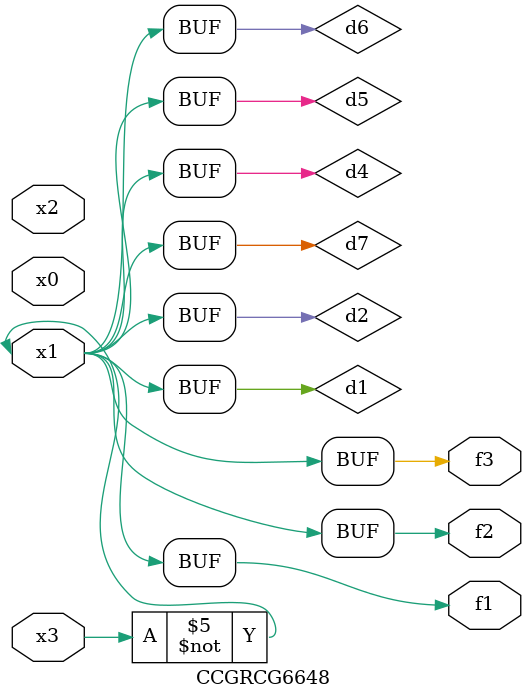
<source format=v>
module CCGRCG6648(
	input x0, x1, x2, x3,
	output f1, f2, f3
);

	wire d1, d2, d3, d4, d5, d6, d7;

	not (d1, x3);
	buf (d2, x1);
	xnor (d3, d1, d2);
	nor (d4, d1);
	buf (d5, d1, d2);
	buf (d6, d4, d5);
	nand (d7, d4);
	assign f1 = d6;
	assign f2 = d7;
	assign f3 = d6;
endmodule

</source>
